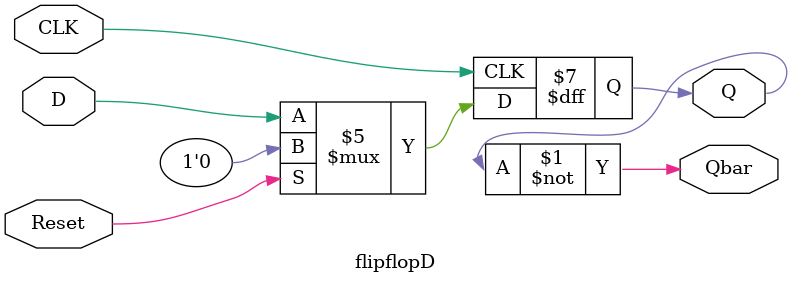
<source format=v>
`timescale 1ns / 1ps
module flipflopD( Q,Qbar,D,CLK,Reset);

output  reg  Q; 

output   Qbar; 

input   D, CLK, Reset; 

assign Qbar = ~Q; 

always @(posedge CLK) 

begin 

 if (Reset == 1'b1) //If not at reset 

  Q = 1'b0;

 else 

  Q = D;

end 


endmodule

</source>
